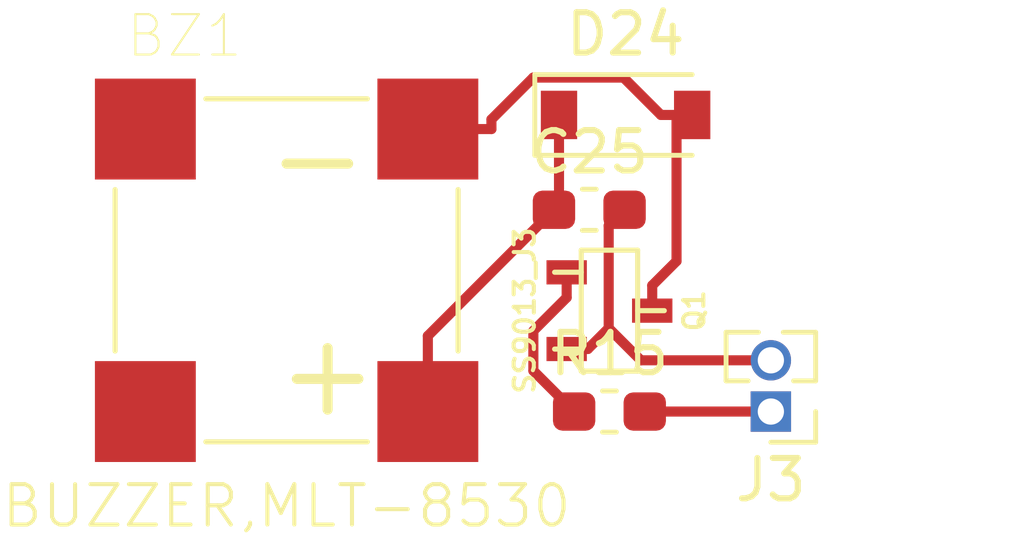
<source format=kicad_pcb>
(kicad_pcb (version 20171130) (host pcbnew 5.1.2-f72e74a~84~ubuntu18.04.1)

  (general
    (thickness 1.6)
    (drawings 0)
    (tracks 25)
    (zones 0)
    (modules 6)
    (nets 6)
  )

  (page A4)
  (layers
    (0 F.Cu signal)
    (31 B.Cu signal)
    (32 B.Adhes user)
    (33 F.Adhes user)
    (34 B.Paste user)
    (35 F.Paste user)
    (36 B.SilkS user)
    (37 F.SilkS user)
    (38 B.Mask user)
    (39 F.Mask user)
    (40 Dwgs.User user)
    (41 Cmts.User user)
    (42 Eco1.User user)
    (43 Eco2.User user)
    (44 Edge.Cuts user)
    (45 Margin user)
    (46 B.CrtYd user)
    (47 F.CrtYd user)
    (48 B.Fab user)
    (49 F.Fab user)
  )

  (setup
    (last_trace_width 0.25)
    (trace_clearance 0.2)
    (zone_clearance 0.508)
    (zone_45_only no)
    (trace_min 0.2)
    (via_size 0.8)
    (via_drill 0.4)
    (via_min_size 0.4)
    (via_min_drill 0.3)
    (uvia_size 0.3)
    (uvia_drill 0.1)
    (uvias_allowed no)
    (uvia_min_size 0.2)
    (uvia_min_drill 0.1)
    (edge_width 0.1)
    (segment_width 0.2)
    (pcb_text_width 0.3)
    (pcb_text_size 1.5 1.5)
    (mod_edge_width 0.15)
    (mod_text_size 1 1)
    (mod_text_width 0.15)
    (pad_size 1.524 1.524)
    (pad_drill 0.762)
    (pad_to_mask_clearance 0)
    (aux_axis_origin 0 0)
    (visible_elements FFFFFF7F)
    (pcbplotparams
      (layerselection 0x010fc_ffffffff)
      (usegerberextensions false)
      (usegerberattributes false)
      (usegerberadvancedattributes false)
      (creategerberjobfile false)
      (excludeedgelayer true)
      (linewidth 0.100000)
      (plotframeref false)
      (viasonmask false)
      (mode 1)
      (useauxorigin false)
      (hpglpennumber 1)
      (hpglpenspeed 20)
      (hpglpendiameter 15.000000)
      (psnegative false)
      (psa4output false)
      (plotreference true)
      (plotvalue true)
      (plotinvisibletext false)
      (padsonsilk false)
      (subtractmaskfromsilk false)
      (outputformat 1)
      (mirror false)
      (drillshape 1)
      (scaleselection 1)
      (outputdirectory ""))
  )

  (net 0 "")
  (net 1 "Net-(BZ1-PadN)")
  (net 2 Vbuzzer)
  (net 3 GND)
  (net 4 /BUZZER_IN)
  (net 5 "Net-(Q1-Pad1)")

  (net_class Default "This is the default net class."
    (clearance 0.2)
    (trace_width 0.25)
    (via_dia 0.8)
    (via_drill 0.4)
    (uvia_dia 0.3)
    (uvia_drill 0.1)
    (add_net /BUZZER_IN)
    (add_net GND)
    (add_net "Net-(BZ1-PadN)")
    (add_net "Net-(Q1-Pad1)")
    (add_net Vbuzzer)
  )

  (module Resistor_SMD:R_0603_1608Metric_Pad1.05x0.95mm_HandSolder (layer F.Cu) (tedit 5B301BBD) (tstamp 5CF3E58A)
    (at 40.5 63.5)
    (descr "Resistor SMD 0603 (1608 Metric), square (rectangular) end terminal, IPC_7351 nominal with elongated pad for handsoldering. (Body size source: http://www.tortai-tech.com/upload/download/2011102023233369053.pdf), generated with kicad-footprint-generator")
    (tags "resistor handsolder")
    (path /5CEC945D)
    (attr smd)
    (fp_text reference R15 (at 0 -1.43) (layer F.SilkS)
      (effects (font (size 1 1) (thickness 0.15)))
    )
    (fp_text value R471,0603 (at 0 1.43) (layer F.Fab)
      (effects (font (size 1 1) (thickness 0.15)))
    )
    (fp_text user %R (at 0 0) (layer F.Fab)
      (effects (font (size 0.4 0.4) (thickness 0.06)))
    )
    (fp_line (start 1.65 0.73) (end -1.65 0.73) (layer F.CrtYd) (width 0.05))
    (fp_line (start 1.65 -0.73) (end 1.65 0.73) (layer F.CrtYd) (width 0.05))
    (fp_line (start -1.65 -0.73) (end 1.65 -0.73) (layer F.CrtYd) (width 0.05))
    (fp_line (start -1.65 0.73) (end -1.65 -0.73) (layer F.CrtYd) (width 0.05))
    (fp_line (start -0.171267 0.51) (end 0.171267 0.51) (layer F.SilkS) (width 0.12))
    (fp_line (start -0.171267 -0.51) (end 0.171267 -0.51) (layer F.SilkS) (width 0.12))
    (fp_line (start 0.8 0.4) (end -0.8 0.4) (layer F.Fab) (width 0.1))
    (fp_line (start 0.8 -0.4) (end 0.8 0.4) (layer F.Fab) (width 0.1))
    (fp_line (start -0.8 -0.4) (end 0.8 -0.4) (layer F.Fab) (width 0.1))
    (fp_line (start -0.8 0.4) (end -0.8 -0.4) (layer F.Fab) (width 0.1))
    (pad 2 smd roundrect (at 0.875 0) (size 1.05 0.95) (layers F.Cu F.Paste F.Mask) (roundrect_rratio 0.25)
      (net 4 /BUZZER_IN))
    (pad 1 smd roundrect (at -0.875 0) (size 1.05 0.95) (layers F.Cu F.Paste F.Mask) (roundrect_rratio 0.25)
      (net 5 "Net-(Q1-Pad1)"))
    (model ${KISYS3DMOD}/Resistor_SMD.3dshapes/R_0603_1608Metric.wrl
      (at (xyz 0 0 0))
      (scale (xyz 1 1 1))
      (rotate (xyz 0 0 0))
    )
  )

  (module footprint-lib:9013,J3,SOT23 (layer F.Cu) (tedit 5CD3CB7D) (tstamp 5CF3E579)
    (at 40.5 61 270)
    (descr SOT23)
    (path /5CEC8A45)
    (fp_text reference Q1 (at 0 -2.1 270) (layer F.SilkS)
      (effects (font (size 0.5 0.5) (thickness 0.1)))
    )
    (fp_text value SS9013_J3 (at 0 2.1 270) (layer F.SilkS)
      (effects (font (size 0.5 0.5) (thickness 0.1)))
    )
    (fp_line (start 0.9525 0.6985) (end 0.9525 1.3589) (layer F.SilkS) (width 0.127))
    (fp_line (start -0.9525 0.6985) (end -0.9525 1.3589) (layer F.SilkS) (width 0.127))
    (fp_line (start 0 -0.6985) (end 0 -1.3589) (layer F.SilkS) (width 0.127))
    (fp_line (start -1.4986 -0.6985) (end 1.4986 -0.6985) (layer F.SilkS) (width 0.127))
    (fp_line (start 1.4986 -0.6985) (end 1.4986 0.6985) (layer F.SilkS) (width 0.127))
    (fp_line (start 1.4986 0.6985) (end -1.4986 0.6985) (layer F.SilkS) (width 0.127))
    (fp_line (start -1.4986 0.6985) (end -1.4986 -0.6985) (layer F.SilkS) (width 0.127))
    (pad 1 smd rect (at -0.95 1.06 270) (size 0.6 1) (layers F.Cu F.Paste F.Mask)
      (net 5 "Net-(Q1-Pad1)"))
    (pad 3 smd rect (at 0 -1.06 270) (size 0.6 1) (layers F.Cu F.Paste F.Mask)
      (net 1 "Net-(BZ1-PadN)"))
    (pad 2 smd rect (at 0.95 1.06 270) (size 0.6 1) (layers F.Cu F.Paste F.Mask)
      (net 3 GND))
    (model ${HOME}/_workspace/kicad/kicad_library/smisioto-footprints/modules/packages3d/walter/smd_trans/sot23.wrl
      (at (xyz 0 0 0))
      (scale (xyz 1 1 1))
      (rotate (xyz 0 0 0))
    )
  )

  (module Connector_PinHeader_1.27mm:PinHeader_1x02_P1.27mm_Vertical (layer F.Cu) (tedit 59FED6E3) (tstamp 5CF3E56B)
    (at 44.5 63.5 180)
    (descr "Through hole straight pin header, 1x02, 1.27mm pitch, single row")
    (tags "Through hole pin header THT 1x02 1.27mm single row")
    (path /5CF28177)
    (fp_text reference J3 (at 0 -1.695) (layer F.SilkS)
      (effects (font (size 1 1) (thickness 0.15)))
    )
    (fp_text value BUZZER_HEADER (at 0 2.965) (layer F.Fab)
      (effects (font (size 1 1) (thickness 0.15)))
    )
    (fp_text user %R (at 0 0.635 90) (layer F.Fab)
      (effects (font (size 1 1) (thickness 0.15)))
    )
    (fp_line (start 1.55 -1.15) (end -1.55 -1.15) (layer F.CrtYd) (width 0.05))
    (fp_line (start 1.55 2.45) (end 1.55 -1.15) (layer F.CrtYd) (width 0.05))
    (fp_line (start -1.55 2.45) (end 1.55 2.45) (layer F.CrtYd) (width 0.05))
    (fp_line (start -1.55 -1.15) (end -1.55 2.45) (layer F.CrtYd) (width 0.05))
    (fp_line (start -1.11 -0.76) (end 0 -0.76) (layer F.SilkS) (width 0.12))
    (fp_line (start -1.11 0) (end -1.11 -0.76) (layer F.SilkS) (width 0.12))
    (fp_line (start 0.563471 0.76) (end 1.11 0.76) (layer F.SilkS) (width 0.12))
    (fp_line (start -1.11 0.76) (end -0.563471 0.76) (layer F.SilkS) (width 0.12))
    (fp_line (start 1.11 0.76) (end 1.11 1.965) (layer F.SilkS) (width 0.12))
    (fp_line (start -1.11 0.76) (end -1.11 1.965) (layer F.SilkS) (width 0.12))
    (fp_line (start 0.30753 1.965) (end 1.11 1.965) (layer F.SilkS) (width 0.12))
    (fp_line (start -1.11 1.965) (end -0.30753 1.965) (layer F.SilkS) (width 0.12))
    (fp_line (start -1.05 -0.11) (end -0.525 -0.635) (layer F.Fab) (width 0.1))
    (fp_line (start -1.05 1.905) (end -1.05 -0.11) (layer F.Fab) (width 0.1))
    (fp_line (start 1.05 1.905) (end -1.05 1.905) (layer F.Fab) (width 0.1))
    (fp_line (start 1.05 -0.635) (end 1.05 1.905) (layer F.Fab) (width 0.1))
    (fp_line (start -0.525 -0.635) (end 1.05 -0.635) (layer F.Fab) (width 0.1))
    (pad 2 thru_hole oval (at 0 1.27 180) (size 1 1) (drill 0.65) (layers *.Cu *.Mask)
      (net 3 GND))
    (pad 1 thru_hole rect (at 0 0 180) (size 1 1) (drill 0.65) (layers *.Cu *.Mask)
      (net 4 /BUZZER_IN))
    (model ${KISYS3DMOD}/Connector_PinHeader_1.27mm.3dshapes/PinHeader_1x02_P1.27mm_Vertical.wrl
      (at (xyz 0 0 0))
      (scale (xyz 1 1 1))
      (rotate (xyz 0 0 0))
    )
  )

  (module Diode_SMD:D_SOD-123 (layer F.Cu) (tedit 58645DC7) (tstamp 5CF3E553)
    (at 40.9 56.15)
    (descr SOD-123)
    (tags SOD-123)
    (path /5CECC56E)
    (attr smd)
    (fp_text reference D24 (at 0 -2) (layer F.SilkS)
      (effects (font (size 1 1) (thickness 0.15)))
    )
    (fp_text value D_1N4148_T4 (at 0 2.1) (layer F.Fab)
      (effects (font (size 1 1) (thickness 0.15)))
    )
    (fp_line (start -2.25 -1) (end 1.65 -1) (layer F.SilkS) (width 0.12))
    (fp_line (start -2.25 1) (end 1.65 1) (layer F.SilkS) (width 0.12))
    (fp_line (start -2.35 -1.15) (end -2.35 1.15) (layer F.CrtYd) (width 0.05))
    (fp_line (start 2.35 1.15) (end -2.35 1.15) (layer F.CrtYd) (width 0.05))
    (fp_line (start 2.35 -1.15) (end 2.35 1.15) (layer F.CrtYd) (width 0.05))
    (fp_line (start -2.35 -1.15) (end 2.35 -1.15) (layer F.CrtYd) (width 0.05))
    (fp_line (start -1.4 -0.9) (end 1.4 -0.9) (layer F.Fab) (width 0.1))
    (fp_line (start 1.4 -0.9) (end 1.4 0.9) (layer F.Fab) (width 0.1))
    (fp_line (start 1.4 0.9) (end -1.4 0.9) (layer F.Fab) (width 0.1))
    (fp_line (start -1.4 0.9) (end -1.4 -0.9) (layer F.Fab) (width 0.1))
    (fp_line (start -0.75 0) (end -0.35 0) (layer F.Fab) (width 0.1))
    (fp_line (start -0.35 0) (end -0.35 -0.55) (layer F.Fab) (width 0.1))
    (fp_line (start -0.35 0) (end -0.35 0.55) (layer F.Fab) (width 0.1))
    (fp_line (start -0.35 0) (end 0.25 -0.4) (layer F.Fab) (width 0.1))
    (fp_line (start 0.25 -0.4) (end 0.25 0.4) (layer F.Fab) (width 0.1))
    (fp_line (start 0.25 0.4) (end -0.35 0) (layer F.Fab) (width 0.1))
    (fp_line (start 0.25 0) (end 0.75 0) (layer F.Fab) (width 0.1))
    (fp_line (start -2.25 -1) (end -2.25 1) (layer F.SilkS) (width 0.12))
    (fp_text user %R (at 0 -2) (layer F.Fab)
      (effects (font (size 1 1) (thickness 0.15)))
    )
    (pad 2 smd rect (at 1.65 0) (size 0.9 1.2) (layers F.Cu F.Paste F.Mask)
      (net 1 "Net-(BZ1-PadN)"))
    (pad 1 smd rect (at -1.65 0) (size 0.9 1.2) (layers F.Cu F.Paste F.Mask)
      (net 2 Vbuzzer))
    (model ${KISYS3DMOD}/Diode_SMD.3dshapes/D_SOD-123.wrl
      (at (xyz 0 0 0))
      (scale (xyz 1 1 1))
      (rotate (xyz 0 0 0))
    )
  )

  (module Capacitor_SMD:C_0603_1608Metric_Pad1.05x0.95mm_HandSolder (layer F.Cu) (tedit 5B301BBE) (tstamp 5CF3E53A)
    (at 40 58.5)
    (descr "Capacitor SMD 0603 (1608 Metric), square (rectangular) end terminal, IPC_7351 nominal with elongated pad for handsoldering. (Body size source: http://www.tortai-tech.com/upload/download/2011102023233369053.pdf), generated with kicad-footprint-generator")
    (tags "capacitor handsolder")
    (path /5D5FC465)
    (attr smd)
    (fp_text reference C25 (at 0 -1.43) (layer F.SilkS)
      (effects (font (size 1 1) (thickness 0.15)))
    )
    (fp_text value C106,0603 (at 0 1.43) (layer F.Fab)
      (effects (font (size 1 1) (thickness 0.15)))
    )
    (fp_text user %R (at 0 0) (layer F.Fab)
      (effects (font (size 0.4 0.4) (thickness 0.06)))
    )
    (fp_line (start 1.65 0.73) (end -1.65 0.73) (layer F.CrtYd) (width 0.05))
    (fp_line (start 1.65 -0.73) (end 1.65 0.73) (layer F.CrtYd) (width 0.05))
    (fp_line (start -1.65 -0.73) (end 1.65 -0.73) (layer F.CrtYd) (width 0.05))
    (fp_line (start -1.65 0.73) (end -1.65 -0.73) (layer F.CrtYd) (width 0.05))
    (fp_line (start -0.171267 0.51) (end 0.171267 0.51) (layer F.SilkS) (width 0.12))
    (fp_line (start -0.171267 -0.51) (end 0.171267 -0.51) (layer F.SilkS) (width 0.12))
    (fp_line (start 0.8 0.4) (end -0.8 0.4) (layer F.Fab) (width 0.1))
    (fp_line (start 0.8 -0.4) (end 0.8 0.4) (layer F.Fab) (width 0.1))
    (fp_line (start -0.8 -0.4) (end 0.8 -0.4) (layer F.Fab) (width 0.1))
    (fp_line (start -0.8 0.4) (end -0.8 -0.4) (layer F.Fab) (width 0.1))
    (pad 2 smd roundrect (at 0.875 0) (size 1.05 0.95) (layers F.Cu F.Paste F.Mask) (roundrect_rratio 0.25)
      (net 3 GND))
    (pad 1 smd roundrect (at -0.875 0) (size 1.05 0.95) (layers F.Cu F.Paste F.Mask) (roundrect_rratio 0.25)
      (net 2 Vbuzzer))
    (model ${KISYS3DMOD}/Capacitor_SMD.3dshapes/C_0603_1608Metric.wrl
      (at (xyz 0 0 0))
      (scale (xyz 1 1 1))
      (rotate (xyz 0 0 0))
    )
  )

  (module footprint-lib:MLT-8530 (layer F.Cu) (tedit 5CE66D58) (tstamp 5CF3E529)
    (at 32.5 60)
    (path /5CEC8447)
    (attr smd)
    (fp_text reference BZ1 (at -2.53108 -5.8075) (layer F.SilkS)
      (effects (font (size 1.00043 1.00043) (thickness 0.05)))
    )
    (fp_text value BUZZER,MLT-8530 (at 0 5.842) (layer F.SilkS)
      (effects (font (size 1.00064 1.00064) (thickness 0.1)))
    )
    (fp_line (start 5 -5) (end 5 5) (layer Eco1.User) (width 0.05))
    (fp_line (start 5 -5) (end -5 -5) (layer Eco1.User) (width 0.05))
    (fp_line (start 4.25 -2) (end 4.25 2) (layer F.SilkS) (width 0.127))
    (fp_line (start -2 -4.25) (end 2 -4.25) (layer F.SilkS) (width 0.127))
    (fp_line (start 4.25 -4.25) (end 4.25 4.25) (layer Eco2.User) (width 0.127))
    (fp_line (start -4.25 -4.25) (end 4.25 -4.25) (layer Eco2.User) (width 0.127))
    (fp_line (start 5 5) (end -5 5) (layer Eco1.User) (width 0.05))
    (fp_line (start -5 -5) (end -5 5) (layer Eco1.User) (width 0.05))
    (fp_text user - (at 0.762 -2.794) (layer F.SilkS)
      (effects (font (size 2 2) (thickness 0.25)))
    )
    (fp_line (start 4.25 4.25) (end -4.25 4.25) (layer Eco2.User) (width 0.127))
    (fp_line (start -4.25 -2) (end -4.25 2) (layer F.SilkS) (width 0.127))
    (fp_line (start 2 4.25) (end -2 4.25) (layer F.SilkS) (width 0.127))
    (fp_line (start -4.25 4.25) (end -4.25 -4.25) (layer Eco2.User) (width 0.127))
    (fp_text user + (at 1.016 2.54) (layer F.SilkS)
      (effects (font (size 2 2) (thickness 0.25)))
    )
    (pad 2 smd rect (at -3.5 3.5) (size 2.5 2.5) (layers F.Cu F.Paste F.Mask))
    (pad 1 smd rect (at -3.5 -3.5) (size 2.5 2.5) (layers F.Cu F.Paste F.Mask))
    (pad N smd rect (at 3.5 -3.5) (size 2.5 2.5) (layers F.Cu F.Paste F.Mask)
      (net 1 "Net-(BZ1-PadN)"))
    (pad P smd rect (at 3.5 3.5) (size 2.5 2.5) (layers F.Cu F.Paste F.Mask)
      (net 2 Vbuzzer))
  )

  (segment (start 41.56 61) (end 41.56 60.3747) (width 0.25) (layer F.Cu) (net 1))
  (segment (start 42.1624 56.15) (end 42.1624 59.7723) (width 0.25) (layer F.Cu) (net 1))
  (segment (start 42.1624 59.7723) (end 41.56 60.3747) (width 0.25) (layer F.Cu) (net 1))
  (segment (start 42.1624 56.15) (end 41.7747 56.15) (width 0.25) (layer F.Cu) (net 1))
  (segment (start 42.55 56.15) (end 42.1624 56.15) (width 0.25) (layer F.Cu) (net 1))
  (segment (start 36 56.5) (end 37.5753 56.5) (width 0.25) (layer F.Cu) (net 1))
  (segment (start 37.5753 56.5) (end 37.5753 56.2607) (width 0.25) (layer F.Cu) (net 1))
  (segment (start 37.5753 56.2607) (end 38.6114 55.2246) (width 0.25) (layer F.Cu) (net 1))
  (segment (start 38.6114 55.2246) (end 40.8493 55.2246) (width 0.25) (layer F.Cu) (net 1))
  (segment (start 40.8493 55.2246) (end 41.7747 56.15) (width 0.25) (layer F.Cu) (net 1))
  (segment (start 36 63.5) (end 36 61.625) (width 0.25) (layer F.Cu) (net 2))
  (segment (start 36 61.625) (end 39.125 58.5) (width 0.25) (layer F.Cu) (net 2))
  (segment (start 39.25 56.15) (end 39.25 58.375) (width 0.25) (layer F.Cu) (net 2))
  (segment (start 39.25 58.375) (end 39.125 58.5) (width 0.25) (layer F.Cu) (net 2))
  (segment (start 40.4812 61.434) (end 40.4812 58.8938) (width 0.25) (layer F.Cu) (net 3))
  (segment (start 40.4812 58.8938) (end 40.875 58.5) (width 0.25) (layer F.Cu) (net 3))
  (segment (start 39.9652 61.95) (end 40.4812 61.434) (width 0.25) (layer F.Cu) (net 3))
  (segment (start 44.5 62.23) (end 41.2772 62.23) (width 0.25) (layer F.Cu) (net 3))
  (segment (start 41.2772 62.23) (end 40.4812 61.434) (width 0.25) (layer F.Cu) (net 3))
  (segment (start 39.44 61.95) (end 39.9652 61.95) (width 0.25) (layer F.Cu) (net 3))
  (segment (start 44.5 63.5) (end 41.375 63.5) (width 0.25) (layer F.Cu) (net 4))
  (segment (start 39.44 60.05) (end 39.44 60.6753) (width 0.25) (layer F.Cu) (net 5))
  (segment (start 39.44 60.6753) (end 38.6146 61.5007) (width 0.25) (layer F.Cu) (net 5))
  (segment (start 38.6146 61.5007) (end 38.6146 62.4896) (width 0.25) (layer F.Cu) (net 5))
  (segment (start 38.6146 62.4896) (end 39.625 63.5) (width 0.25) (layer F.Cu) (net 5))

)

</source>
